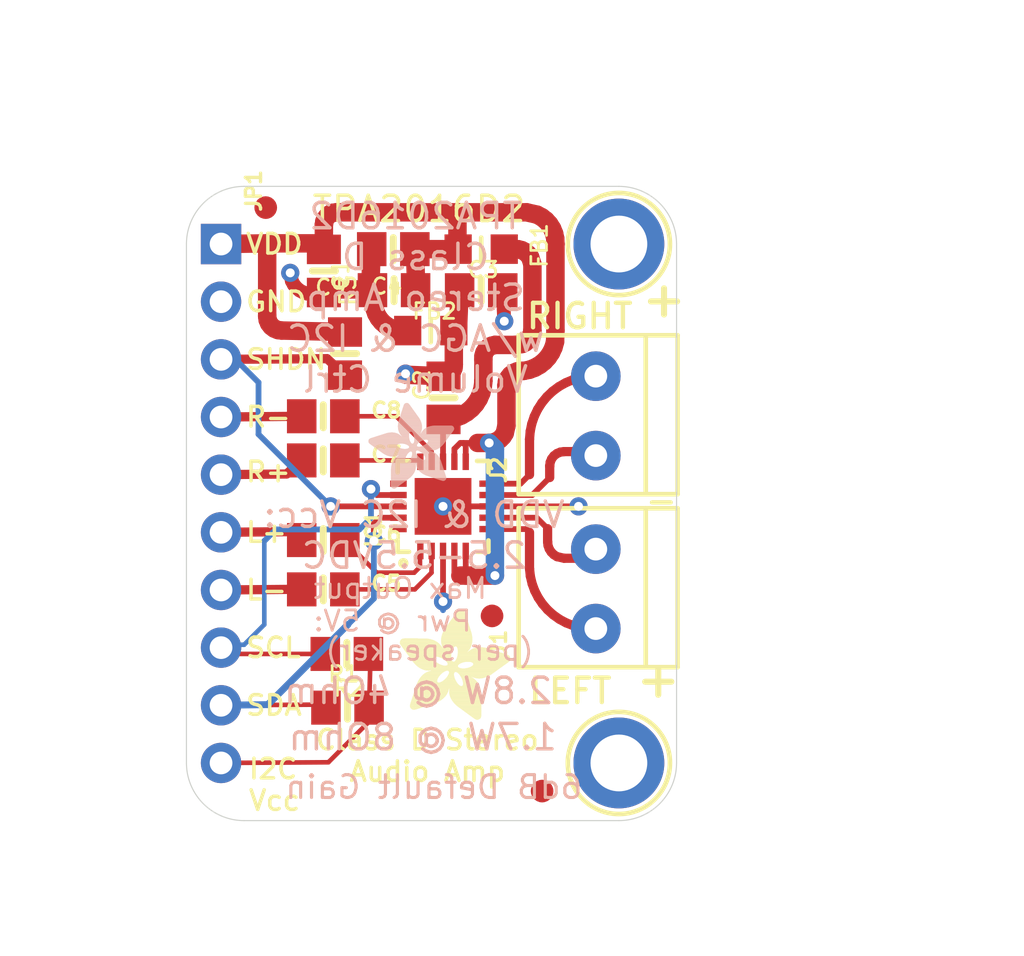
<source format=kicad_pcb>
(kicad_pcb (version 20211014) (generator pcbnew)
  (layers (0 "F.Cu" signal) (31 "B.Cu" signal) (34 "B.Paste" user) (35 "F.Paste" user) (36 "B.SilkS" user "B.Silkscreen") (37 "F.SilkS" user "F.Silkscreen") (38 "B.Mask" user) (39 "F.Mask" user) (44 "Edge.Cuts" user))
  (net 0 "")
  (net 1 "SCL")
  (net 2 "SDA")
  (net 3 "VDD")
  (net 4 "GND")
  (net 5 "AVDD")
  (net 6 "AGND")
  (net 7 "IN_L_N")
  (net 8 "IN_L_P")
  (net 9 "IN_R_N")
  (net 10 "IN_R_P")
  (net 11 "OUT_L_N")
  (net 12 "OUT_L_P")
  (net 13 "OUT_R_N")
  (net 14 "OUT_R_P")
  (net 15 "N$1")
  (net 16 "N$2")
  (net 17 "N$3")
  (net 18 "N$4")
  (net 19 "SHUTDOWN")
  (net 20 "I2C_VCC")
  (footprint "boardEagle:ADAFRUIT_5MM" (layer "F.Cu") (at 147.1041 114.5286)
    (fp_text reference "U$3" hide)
    (fp_text value "" hide)
  )
  (footprint "boardEagle:MOUNTINGHOLE_2.5_PLATED_THICK" (layer "F.Cu") (at 156.7561 93.5736)
    (fp_text reference "U$21" hide)
    (fp_text value "MOUNTINGHOLE2.5_THICK" hide)
    (pad "P$1" thru_hole circle (at 0 0) (size 4 4) (drill 2.5) (layers *.Cu *.Mask))
  )
  (footprint "boardEagle:MOUNTINGHOLE_2.5_PLATED_THICK" (layer "F.Cu") (at 156.7561 116.4336)
    (fp_text reference "U$20" hide)
    (fp_text value "MOUNTINGHOLE2.5_THICK" hide)
    (pad "P$1" thru_hole circle (at 0 0) (size 4 4) (drill 2.5) (layers *.Cu *.Mask))
  )
  (footprint "boardEagle:0805-NO" (layer "F.Cu") (at 143.7601 94.7596 -90)
    (fp_text reference "C1" (at -0.5875 -0.7525 90) (layer "F.SilkS") (effects (font (size 0.692831 0.692831) (thickness 0.119969)) (justify right)))
    (fp_text value "10µF")
    (pad "1" smd rect (at -0.95 0 270) (size 1.3 1.5) (layers "F.Cu" "F.Paste" "F.Mask") (net 3 "VDD"))
    (pad "2" smd rect (at 0.95 0 270) (size 1.3 1.5) (layers "F.Cu" "F.Paste" "F.Mask") (net 4 "GND"))
  )
  (footprint "boardEagle:0805-NO" (layer "F.Cu") (at 143.7331 106.6146)
    (fp_text reference "C6" (at 2.032 0.127) (layer "F.SilkS") (effects (font (size 0.666496 0.666496) (thickness 0.146304)) (justify left bottom)))
    (fp_text value "1µF")
    (pad "1" smd rect (at -0.95 0) (size 1.3 1.5) (layers "F.Cu" "F.Paste" "F.Mask") (net 8 "IN_L_P"))
    (pad "2" smd rect (at 0.95 0) (size 1.3 1.5) (layers "F.Cu" "F.Paste" "F.Mask") (net 15 "N$1"))
  )
  (footprint "boardEagle:0805-NO" (layer "F.Cu") (at 143.7331 101.1606)
    (fp_text reference "C8" (at 2.032 0.127) (layer "F.SilkS") (effects (font (size 0.666496 0.666496) (thickness 0.146304)) (justify left bottom)))
    (fp_text value "1µF")
    (pad "1" smd rect (at -0.95 0) (size 1.3 1.5) (layers "F.Cu" "F.Paste" "F.Mask") (net 9 "IN_R_N"))
    (pad "2" smd rect (at 0.95 0) (size 1.3 1.5) (layers "F.Cu" "F.Paste" "F.Mask") (net 17 "N$3"))
  )
  (footprint "boardEagle:QFN20_4MM" (layer "F.Cu") (at 149.0091 105.1306 90)
    (fp_text reference "IC1" (at -1.905 -2.667 90) (layer "F.SilkS") (effects (font (size 0.666496 0.666496) (thickness 0.146304)) (justify left bottom)))
    (fp_text value "TPA2016D2QFN")
    (pad "P$1" smd rect (at -1.965 -1 180) (size 0.28 0.73) (layers "F.Cu" "F.Paste") (net 15 "N$1"))
    (pad "P$2" smd rect (at -1.965 -0.5 180) (size 0.28 0.73) (layers "F.Cu" "F.Paste") (net 16 "N$2"))
    (pad "P$3" smd rect (at -1.965 0 180) (size 0.28 0.73) (layers "F.Cu" "F.Paste") (net 6 "AGND"))
    (pad "P$4" smd rect (at -1.965 0.5 180) (size 0.28 0.73) (layers "F.Cu" "F.Paste") (net 3 "VDD"))
    (pad "P$5" smd rect (at -1.965 1 180) (size 0.28 0.73) (layers "F.Cu" "F.Paste") (net 3 "VDD"))
    (pad "P$6" smd rect (at -1 1.965 270) (size 0.28 0.73) (layers "F.Cu" "F.Paste") (net 12 "OUT_L_P"))
    (pad "P$7" smd rect (at -0.5 1.965 270) (size 0.28 0.73) (layers "F.Cu" "F.Paste") (net 11 "OUT_L_N"))
    (pad "P$8" smd rect (at 0 1.965 270) (size 0.28 0.73) (layers "F.Cu" "F.Paste") (net 4 "GND"))
    (pad "P$9" smd rect (at 0.5 1.965 270) (size 0.28 0.73) (layers "F.Cu" "F.Paste") (net 13 "OUT_R_N"))
    (pad "P$10" smd rect (at 1 1.965 270) (size 0.28 0.73) (layers "F.Cu" "F.Paste") (net 14 "OUT_R_P"))
    (pad "P$11" smd rect (at 1.965 1) (size 0.28 0.73) (layers "F.Cu" "F.Paste") (net 3 "VDD"))
    (pad "P$12" smd rect (at 1.965 0.5) (size 0.28 0.73) (layers "F.Cu" "F.Paste") (net 3 "VDD"))
    (pad "P$13" smd rect (at 1.965 0) (size 0.28 0.73) (layers "F.Cu" "F.Paste") (net 5 "AVDD"))
    (pad "P$14" smd rect (at 1.965 -0.5) (size 0.28 0.73) (layers "F.Cu" "F.Paste") (net 17 "N$3"))
    (pad "P$15" smd rect (at 1.965 -1) (size 0.28 0.73) (layers "F.Cu" "F.Paste") (net 18 "N$4"))
    (pad "P$16" smd rect (at 1 -1.965 90) (size 0.28 0.73) (layers "F.Cu" "F.Paste"))
    (pad "P$17" smd rect (at 0.5 -1.965 90) (size 0.28 0.73) (layers "F.Cu" "F.Paste") (net 1 "SCL"))
    (pad "P$18" smd rect (at 0 -1.965 90) (size 0.28 0.73) (layers "F.Cu" "F.Paste") (net 19 "SHUTDOWN"))
    (pad "P$19" smd rect (at -0.5 -1.965 90) (size 0.28 0.73) (layers "F.Cu" "F.Paste") (net 2 "SDA"))
    (pad "P$20" smd rect (at -1 -1.965 90) (size 0.28 0.73) (layers "F.Cu" "F.Paste"))
    (pad "P$21" smd rect (at 0 0 90) (size 2.5 2.5) (layers "F.Cu" "F.Mask") (net 4 "GND"))
  )
  (footprint "boardEagle:0805-NO" (layer "F.Cu") (at 144.8011 113.9976)
    (fp_text reference "R2" (at -0.6875 -0.8525) (layer "F.SilkS") (effects (font (size 0.692831 0.692831) (thickness 0.119969)) (justify left)))
    (fp_text value "10K")
    (pad "1" smd rect (at -0.95 0) (size 1.3 1.5) (layers "F.Cu" "F.Paste" "F.Mask") (net 2 "SDA"))
    (pad "2" smd rect (at 0.95 0) (size 1.3 1.5) (layers "F.Cu" "F.Paste" "F.Mask") (net 20 "I2C_VCC"))
  )
  (footprint "boardEagle:TERMBLOCK_1X2-3.5MM" (layer "F.Cu") (at 155.7401 101.1936 90)
    (fp_text reference "J2" (at -3 -3.89 90) (layer "F.SilkS") (effects (font (size 0.666496 0.666496) (thickness 0.146304)) (justify left bottom)))
    (fp_text value "")
    (pad "1" thru_hole circle (at 1.8 0 90) (size 2.1844 2.1844) (drill 1) (layers *.Cu *.Mask) (net 14 "OUT_R_P"))
    (pad "2" thru_hole circle (at -1.7 0 90) (size 2.1844 2.1844) (drill 1) (layers *.Cu *.Mask) (net 13 "OUT_R_N"))
  )
  (footprint "boardEagle:_0805MP" (layer "F.Cu") (at 150.6901 93.7986)
    (fp_text reference "FB1" (at 2.5635 0.8915 90) (layer "F.SilkS") (effects (font (size 0.692831 0.692831) (thickness 0.119969)) (justify left)))
    (fp_text value "ferrite")
    (pad "1" smd rect (at -1.016 0) (size 1.2 1.3) (layers "F.Cu" "F.Paste" "F.Mask") (net 3 "VDD"))
    (pad "2" smd rect (at 1.016 0) (size 1.2 1.3) (layers "F.Cu" "F.Paste" "F.Mask") (net 5 "AVDD"))
  )
  (footprint "boardEagle:0805-NO" (layer "F.Cu") (at 150.6901 95.6086 180)
    (fp_text reference "C3" (at 0.6675 0.9005) (layer "F.SilkS") (effects (font (size 0.692831 0.692831) (thickness 0.119969)) (justify left)))
    (fp_text value "0.1µF")
    (pad "1" smd rect (at -0.95 0 180) (size 1.3 1.5) (layers "F.Cu" "F.Paste" "F.Mask") (net 4 "GND"))
    (pad "2" smd rect (at 0.95 0 180) (size 1.3 1.5) (layers "F.Cu" "F.Paste" "F.Mask") (net 6 "AGND"))
  )
  (footprint "boardEagle:0805-NO" (layer "F.Cu") (at 144.7721 111.6306)
    (fp_text reference "R1" (at 0.6195 0.8905) (layer "F.SilkS") (effects (font (size 0.692831 0.692831) (thickness 0.119969)) (justify right)))
    (fp_text value "10K")
    (pad "1" smd rect (at -0.95 0) (size 1.3 1.5) (layers "F.Cu" "F.Paste" "F.Mask") (net 1 "SCL"))
    (pad "2" smd rect (at 0.95 0) (size 1.3 1.5) (layers "F.Cu" "F.Paste" "F.Mask") (net 20 "I2C_VCC"))
  )
  (footprint "boardEagle:0805-NO" (layer "F.Cu") (at 143.7331 103.1056)
    (fp_text reference "C7" (at 2.032 0.127) (layer "F.SilkS") (effects (font (size 0.666496 0.666496) (thickness 0.146304)) (justify left bottom)))
    (fp_text value "1µF")
    (pad "1" smd rect (at -0.95 0) (size 1.3 1.5) (layers "F.Cu" "F.Paste" "F.Mask") (net 10 "IN_R_P"))
    (pad "2" smd rect (at 0.95 0) (size 1.3 1.5) (layers "F.Cu" "F.Paste" "F.Mask") (net 18 "N$4"))
  )
  (footprint "boardEagle:FIDUCIAL_1MM" (layer "F.Cu") (at 141.1981 91.9686)
    (fp_text reference "FID1" hide)
    (fp_text value "FIDUCIAL\"\"" hide)
    (pad "1" smd roundrect (at 0 0) (size 1 1) (layers "F.Cu" "F.Mask") (roundrect_rratio 0.5))
  )
  (footprint "boardEagle:0805-NO" (layer "F.Cu") (at 143.7331 108.7866)
    (fp_text reference "C5" (at 2.032 0.127) (layer "F.SilkS") (effects (font (size 0.666496 0.666496) (thickness 0.146304)) (justify left bottom)))
    (fp_text value "1µF")
    (pad "1" smd rect (at -0.95 0) (size 1.3 1.5) (layers "F.Cu" "F.Paste" "F.Mask") (net 7 "IN_L_N"))
    (pad "2" smd rect (at 0.95 0) (size 1.3 1.5) (layers "F.Cu" "F.Paste" "F.Mask") (net 16 "N$2"))
  )
  (footprint "boardEagle:_0805MP" (layer "F.Cu") (at 148.4681 97.3866)
    (fp_text reference "FB2" (at -0.8875 -0.8525) (layer "F.SilkS") (effects (font (size 0.692831 0.692831) (thickness 0.119969)) (justify left)))
    (fp_text value "ferrite")
    (pad "1" smd rect (at -1.016 0) (size 1.2 1.3) (layers "F.Cu" "F.Paste" "F.Mask") (net 4 "GND"))
    (pad "2" smd rect (at 1.016 0) (size 1.2 1.3) (layers "F.Cu" "F.Paste" "F.Mask") (net 6 "AGND"))
  )
  (footprint "boardEagle:0805-NO" (layer "F.Cu") (at 146.8501 95.6056 180)
    (fp_text reference "C9" (at 2.032 0.127) (layer "F.SilkS") (effects (font (size 0.692831 0.692831) (thickness 0.119969)) (justify right)))
    (fp_text value "10µF")
    (pad "1" smd rect (at -0.95 0 180) (size 1.3 1.5) (layers "F.Cu" "F.Paste" "F.Mask") (net 3 "VDD"))
    (pad "2" smd rect (at 0.95 0 180) (size 1.3 1.5) (layers "F.Cu" "F.Paste" "F.Mask") (net 4 "GND"))
  )
  (footprint "boardEagle:FIDUCIAL_1MM" (layer "F.Cu") (at 151.1681 109.9566)
    (fp_text reference "FID3" hide)
    (fp_text value "FIDUCIAL\"\"" hide)
    (pad "1" smd roundrect (at 0 0) (size 1 1) (layers "F.Cu" "F.Mask") (roundrect_rratio 0.5))
  )
  (footprint "boardEagle:0805-NO" (layer "F.Cu") (at 146.8171 93.7986 180)
    (fp_text reference "C4" (at 1.0395 -1.6355) (layer "F.SilkS") (effects (font (size 0.692831 0.692831) (thickness 0.119969)) (justify left)))
    (fp_text value "0.1µF")
    (pad "1" smd rect (at -0.95 0 180) (size 1.3 1.5) (layers "F.Cu" "F.Paste" "F.Mask") (net 3 "VDD"))
    (pad "2" smd rect (at 0.95 0 180) (size 1.3 1.5) (layers "F.Cu" "F.Paste" "F.Mask") (net 4 "GND"))
  )
  (footprint "boardEagle:1X10_ROUND70" (layer "F.Cu") (at 139.2301 105.0036 -90)
    (fp_text reference "JP1" (at -12.7762 -1.8288 -90) (layer "F.SilkS") (effects (font (size 0.666496 0.666496) (thickness 0.146304)) (justify left bottom)))
    (fp_text value "")
    (pad "1" thru_hole rect (at -11.43 0) (size 1.778 1.778) (drill 1) (layers *.Cu *.Mask) (net 3 "VDD"))
    (pad "2" thru_hole circle (at -8.89 0) (size 1.778 1.778) (drill 1) (layers *.Cu *.Mask) (net 4 "GND"))
    (pad "3" thru_hole circle (at -6.35 0) (size 1.778 1.778) (drill 1) (layers *.Cu *.Mask) (net 19 "SHUTDOWN"))
    (pad "4" thru_hole circle (at -3.81 0) (size 1.778 1.778) (drill 1) (layers *.Cu *.Mask) (net 9 "IN_R_N"))
    (pad "5" thru_hole circle (at -1.27 0) (size 1.778 1.778) (drill 1) (layers *.Cu *.Mask) (net 10 "IN_R_P"))
    (pad "6" thru_hole circle (at 1.27 0) (size 1.778 1.778) (drill 1) (layers *.Cu *.Mask) (net 8 "IN_L_P"))
    (pad "7" thru_hole circle (at 3.81 0) (size 1.778 1.778) (drill 1) (layers *.Cu *.Mask) (net 7 "IN_L_N"))
    (pad "8" thru_hole circle (at 6.35 0) (size 1.778 1.778) (drill 1) (layers *.Cu *.Mask) (net 1 "SCL"))
    (pad "9" thru_hole circle (at 8.89 0) (size 1.778 1.778) (drill 1) (layers *.Cu *.Mask) (net 2 "SDA"))
    (pad "10" thru_hole circle (at 11.43 0) (size 1.778 1.778) (drill 1) (layers *.Cu *.Mask) (net 20 "I2C_VCC"))
  )
  (footprint "boardEagle:FIDUCIAL_1MM" (layer "F.Cu") (at 153.3741 117.6726)
    (fp_text reference "FID2" hide)
    (fp_text value "FIDUCIAL\"\"" hide)
    (pad "1" smd roundrect (at 0 0) (size 1 1) (layers "F.Cu" "F.Mask") (roundrect_rratio 0.5))
  )
  (footprint "boardEagle:0805-NO" (layer "F.Cu") (at 144.6911 98.3996 90)
    (fp_text reference "R3" (at 2.032 0.127 90) (layer "F.SilkS") (effects (font (size 0.692831 0.692831) (thickness 0.119969)) (justify left)))
    (fp_text value "100K")
    (pad "1" smd rect (at -0.95 0 90) (size 1.3 1.5) (layers "F.Cu" "F.Paste" "F.Mask") (net 19 "SHUTDOWN"))
    (pad "2" smd rect (at 0.95 0 90) (size 1.3 1.5) (layers "F.Cu" "F.Paste" "F.Mask") (net 3 "VDD"))
  )
  (footprint "boardEagle:TERMBLOCK_1X2-3.5MM" (layer "F.Cu") (at 155.7401 108.8136 90)
    (fp_text reference "J1" (at -3 -3.89 90) (layer "F.SilkS") (effects (font (size 0.666496 0.666496) (thickness 0.146304)) (justify left bottom)))
    (fp_text value "")
    (pad "1" thru_hole circle (at 1.8 0 90) (size 2.1844 2.1844) (drill 1) (layers *.Cu *.Mask) (net 11 "OUT_L_N"))
    (pad "2" thru_hole circle (at -1.7 0 90) (size 2.1844 2.1844) (drill 1) (layers *.Cu *.Mask) (net 12 "OUT_L_P"))
  )
  (footprint "boardEagle:0805-NO" (layer "F.Cu") (at 149.0311 100.3496 90)
    (fp_text reference "C2" (at -0.1875 -0.9525 90) (layer "F.SilkS") (effects (font (size 0.692831 0.692831) (thickness 0.119969)) (justify left)))
    (fp_text value "0.1µF")
    (pad "1" smd rect (at -0.95 0 90) (size 1.3 1.5) (layers "F.Cu" "F.Paste" "F.Mask") (net 5 "AVDD"))
    (pad "2" smd rect (at 0.95 0 90) (size 1.3 1.5) (layers "F.Cu" "F.Paste" "F.Mask") (net 6 "AGND"))
  )
  (footprint "boardEagle:ADAFRUIT_3.5MM" (layer "B.Cu") (at 149.5171 104.3686 180)
    (fp_text reference "U$4" hide)
    (fp_text value "" hide)
  )
  (gr_arc (start 156.7561 91.0336) (mid 158.552151 91.777549) (end 159.2961 93.5736) (layer "Edge.Cuts") (width 0.05))
  (gr_line (start 159.2961 93.5736) (end 159.2961 116.4336) (layer "Edge.Cuts") (width 0.05))
  (gr_line (start 156.7561 118.9736) (end 140.2461 118.9736) (layer "Edge.Cuts") (width 0.05))
  (gr_arc (start 140.2461 118.9736) (mid 138.450049 118.229651) (end 137.7061 116.4336) (layer "Edge.Cuts") (width 0.05))
  (gr_arc (start 159.2961 116.4336) (mid 158.552151 118.229651) (end 156.7561 118.9736) (layer "Edge.Cuts") (width 0.05))
  (gr_line (start 137.7061 116.4336) (end 137.7061 93.5736) (layer "Edge.Cuts") (width 0.05))
  (gr_line (start 140.2461 91.0336) (end 156.7561 91.0336) (layer "Edge.Cuts") (width 0.05))
  (gr_arc (start 137.7061 93.5736) (mid 138.450049 91.777549) (end 140.2461 91.0336) (layer "Edge.Cuts") (width 0.05))
  (gr_text "(per speaker)" (at 153.0731 111.9886) (layer "B.SilkS") (effects (font (size 0.89408 0.89408) (thickness 0.12192)) (justify left bottom mirror)))
  (gr_text "VDD & I2C Vcc:\n2.5-5.5VDC" (at 147.7391 106.4006) (layer "B.SilkS") (effects (font (size 1.1176 1.1176) (thickness 0.1524)) (justify mirror)))
  (gr_text "Max Output \nPwr @ 5V:" (at 146.7861 109.4606) (layer "B.SilkS") (effects (font (size 0.89408 0.89408) (thickness 0.12192)) (justify mirror)))
  (gr_text "1.7W @ 8Ohm" (at 154.1201 115.9536) (layer "B.SilkS") (effects (font (size 1.1176 1.1176) (thickness 0.1524)) (justify left bottom mirror)))
  (gr_text "TPA2016D2\nClass D\nStereo Amp\nw/AGC & I2C\nVolume Ctrl" (at 147.8021 95.9446) (layer "B.SilkS") (effects (font (size 1.1176 1.1176) (thickness 0.1524)) (justify mirror)))
  (gr_text "6dB Default Gain" (at 155.2321 118.0846) (layer "B.SilkS") (effects (font (size 1.00584 1.00584) (thickness 0.13716)) (justify left bottom mirror)))
  (gr_text "2.8W @ 4Ohm" (at 153.9201 113.9136) (layer "B.SilkS") (effects (font (size 1.1176 1.1176) (thickness 0.1524)) (justify left bottom mirror)))
  (gr_text "I2C\nVcc" (at 140.3731 118.5926) (layer "F.SilkS") (effects (font (size 0.8636 0.8636) (thickness 0.1524)) (justify left bottom)))
  (gr_text "+" (at 159.2651 113.9656 90) (layer "F.SilkS") (effects (font (size 1.5113 1.5113) (thickness 0.2667)) (justify left bottom)))
  (gr_text "Class D Stereo\nAudio Amp" (at 148.3156 116.1161) (layer "F.SilkS") (effects (font (size 0.8636 0.8636) (thickness 0.1524))))
  (gr_text "-" (at 159.4201 104.2446) (layer "F.SilkS") (effects (font (size 1.0795 1.0795) (thickness 0.1905)) (justify right top)))
  (gr_text "R+" (at 140.2461 104.1146) (layer "F.SilkS") (effects (font (size 0.8636 0.8636) (thickness 0.1524)) (justify left bottom)))
  (gr_text "+" (at 159.5191 97.2116 90) (layer "F.SilkS") (effects (font (size 1.5113 1.5113) (thickness 0.2667)) (justify left bottom)))
  (gr_text "L+" (at 140.2461 106.7816) (layer "F.SilkS") (effects (font (size 0.8636 0.8636) (thickness 0.1524)) (justify left bottom)))
  (gr_text "R-" (at 140.2461 101.7016) (layer "F.SilkS") (effects (font (size 0.8636 0.8636) (thickness 0.1524)) (justify left bottom)))
  (gr_text "LEFT" (at 152.6921 113.8936) (layer "F.SilkS") (effects (font (size 1.0795 1.0795) (thickness 0.1905)) (justify left bottom)))
  (gr_text "RIGHT" (at 152.5921 97.3836) (layer "F.SilkS") (effects (font (size 1.0795 1.0795) (thickness 0.1905)) (justify left bottom)))
  (gr_text "SHDN" (at 140.2461 99.1616) (layer "F.SilkS") (effects (font (size 0.8636 0.8636) (thickness 0.1524)) (justify left bottom)))
  (gr_text "TPA2016D2" (at 143.1671 92.6846) (layer "F.SilkS") (effects (font (size 1.1176 1.1176) (thickness 0.1524)) (justify left bottom)))
  (gr_text "SCL" (at 140.2461 111.8616) (layer "F.SilkS") (effects (font (size 0.8636 0.8636) (thickness 0.1524)) (justify left bottom)))
  (gr_text "GND" (at 140.2461 96.6216) (layer "F.SilkS") (effects (font (size 0.8636 0.8636) (thickness 0.1524)) (justify left bottom)))
  (gr_text "L-" (at 140.2461 109.3216) (layer "F.SilkS") (effects (font (size 0.8636 0.8636) (thickness 0.1524)) (justify left bottom)))
  (gr_text "SDA" (at 140.2461 114.4016) (layer "F.SilkS") (effects (font (size 0.8636 0.8636) (thickness 0.1524)) (justify left bottom)))
  (gr_text "VDD" (at 140.2461 94.0816) (layer "F.SilkS") (effects (font (size 0.8636 0.8636) (thickness 0.1524)) (justify left bottom)))
  (segment (start 143.8221 111.6306) (end 139.5131 111.6306) (width 0.2032) (layer "F.Cu") (net 1))
  (segment (start 147.0441 104.6306) (end 146.0961 104.6306) (width 0.254) (layer "F.Cu") (net 1))
  (segment (start 139.5131 111.6306) (end 139.2301 111.3536) (width 0.2032) (layer "F.Cu") (net 1))
  (segment (start 146.0961 104.6306) (end 145.8341 104.3686) (width 0.254) (layer "F.Cu") (net 1))
  (via (at 145.8341 104.3686) (size 0.8001) (drill 0.3937) (layers "F.Cu" "B.Cu") (net 1))
  (segment (start 141.1351 110.3376) (end 140.2461 111.2266) (width 0.2032) (layer "B.Cu") (net 1))
  (segment (start 145.3261 106.1466) (end 141.6431 106.1466) (width 0.254) (layer "B.Cu") (net 1))
  (segment (start 145.8341 104.3686) (end 145.8341 105.6386) (width 0.254) (layer "B.Cu") (net 1))
  (segment (start 140.2461 111.2266) (end 139.3031 111.2266) (width 0.2032) (layer "B.Cu") (net 1))
  (segment (start 145.8341 105.6386) (end 145.3261 106.1466) (width 0.254) (layer "B.Cu") (net 1))
  (segment (start 139.3031 111.2266) (end 139.2301 111.3536) (width 0.2032) (layer "B.Cu") (net 1))
  (segment (start 141.1351 106.6546) (end 141.1351 110.3376) (width 0.2032) (layer "B.Cu") (net 1))
  (segment (start 141.6431 106.1466) (end 141.1351 106.6546) (width 0.254) (layer "B.Cu") (net 1))
  (segment (start 147.0441 105.6306) (end 146.2231 105.6306) (width 0.254) (layer "F.Cu") (net 2))
  (segment (start 143.6511 113.8636) (end 143.8511 113.9976) (width 0.2032) (layer "F.Cu") (net 2))
  (segment (start 145.9611 105.8926) (end 145.9611 106.6546) (width 0.254) (layer "F.Cu") (net 2))
  (segment (start 143.8891 113.8936) (end 143.8511 113.9976) (width 0.254) (layer "F.Cu") (net 2))
  (segment (start 146.2231 105.6306) (end 145.9611 105.8926) (width 0.254) (layer "F.Cu") (net 2))
  (segment (start 139.2301 113.8936) (end 143.6511 113.8636) (width 0.2032) (layer "F.Cu") (net 2))
  (via (at 145.9611 106.6546) (size 0.8001) (drill 0.3937) (layers "F.Cu" "B.Cu") (net 2))
  (segment (start 141.2921 113.8636) (end 139.2301 113.8936) (width 0.3048) (layer "B.Cu") (net 2))
  (segment (start 144.8181 110.3376) (end 141.2921 113.8636) (width 0.3048) (layer "B.Cu") (net 2))
  (segment (start 145.9611 106.6546) (end 145.9611 109.1946) (width 0.254) (layer "B.Cu") (net 2))
  (segment (start 145.9611 109.1946) (end 144.8181 110.3376) (width 0.254) (layer "B.Cu") (net 2))
  (segment (start 149.7711 102.3366) (end 149.8981 102.3366) (width 0.254) (layer "F.Cu") (net 3))
  (segment (start 144.0351 92.250286) (end 144.16775 92.195341) (width 0.8128) (layer "F.Cu") (net 3))
  (segment (start 149.5091 103.1656) (end 149.5091 102.5986) (width 0.254) (layer "F.Cu") (net 3))
  (segment (start 143.7601 92.7266) (end 143.7601 92.7266) (width 0.8128) (layer "F.Cu") (net 3))
  (segment (start 150.0091 108.1626) (end 150.0251 108.1786) (width 0.254) (layer "F.Cu") (net 3))
  (segment (start 149.5091 108.1706) (end 149.7711 108.1786) (width 0.254) (layer "F.Cu") (net 3))
  (segment (start 149.5091 102.5986) (end 149.7711 102.3366) (width 0.254) (layer "F.Cu") (net 3))
  (segment (start 147.7671 93.7986) (end 149.6741 93.7986) (width 0.8128) (layer "F.Cu") (net 3))
  (segment (start 153.9621 93.5736) (end 153.952868 93.341075) (width 0.8128) (layer "F.Cu") (net 3))
  (segment (start 151.989087 99.347587) (end 152.1206 99.246674) (width 0.8128) (layer "F.Cu") (net 3))
  (segment (start 151.824737 99.63225) (end 151.888174 99.4791) (width 0.8128) (layer "F.Cu") (net 3))
  (segment (start 153.9621 97.3836) (end 153.9621 93.5736) (width 0.8128) (layer "F.Cu") (net 3))
  (segment (start 141.448087 97.197613) (end 141.5796 97.298526) (width 0.8128) (layer "F.Cu") (net 3))
  (segment (start 143.833786 92.4516) (end 143.921191 92.337691) (width 0.8128) (layer "F.Cu") (net 3))
  (segment (start 152.1206 99.246674) (end 152.27375 99.183237) (width 0.8128) (layer "F.Cu") (net 3))
  (segment (start 153.690937 92.701587) (end 153.534401 92.529397) (width 0.8128) (layer "F.Cu") (net 3))
  (segment (start 149.8981 102.3366) (end 150.5331 102.3366) (width 0.254) (layer "F.Cu") (net 3))
  (segment (start 153.770888 98.353091) (end 153.875558 98.125073) (width 0.8128) (layer "F.Cu") (net 3))
  (segment (start 153.875558 98.125073) (end 153.94327 97.883488) (width 0.8128) (layer "F.Cu") (net 3))
  (segment (start 144.16775 92.195341) (end 144.3101 92.1766) (width 0.8128) (layer "F.Cu") (net 3))
  (segment (start 153.815195 92.898343) (end 153.690937 92.701587) (width 0.8128) (layer "F.Cu") (net 3))
  (segment (start 150.5331 102.3366) (end 151.0411 102.3366) (width 0.8128) (layer "F.Cu") (net 3))
  (segment (start 151.636856 102.049699) (end 151.727638 101.905219) (width 0.8128) (layer "F.Cu") (net 3))
  (segment (start 141.73275 97.361963) (end 141.8971 97.3836) (width 0.8128) (layer "F.Cu") (net 3))
  (segment (start 151.8031 99.7966) (end 151.8031 99.7966) (width 0.8128) (layer "F.Cu") (net 3))
  (segment (start 143.7601 93.8096) (end 143.7601 92.7266) (width 0.8128) (layer "F.Cu") (net 3))
  (segment (start 152.811094 99.112254) (end 153.046341 99.025034) (width 0.8128) (layer "F.Cu") (net 3))
  (segment (start 153.94327 97.883488) (end 153.9621 97.3836) (width 0.8128) (layer "F.Cu") (net 3))
  (segment (start 150.0091 103.1656) (end 150.0091 102.4476) (width 0.254) (layer "F.Cu") (net 3))
  (segment (start 143.7601 92.7266) (end 143.778841 92.58425) (width 0.8128) (layer "F.Cu") (net 3))
  (segment (start 149.5091 107.0956) (end 149.5091 108.1706) (width 0.254) (layer "F.Cu") (net 3))
  (segment (start 143.778841 92.58425) (end 143.833786 92.4516) (width 0.8128) (layer "F.Cu") (net 3))
  (segment (start 143.5601 93.5436) (end 143.5601 93.5436) (width 0.8128) (layer "F.Cu") (net 3))
  (segment (start 141.283737 96.91295) (end 141.347174 97.0661) (width 0.8128) (layer "F.Cu") (net 3))
  (segment (start 149.6441 93.7686) (end 149.6741 93.7986) (width 0.8128) (layer "F.Cu") (net 3))
  (segment (start 152.4381 99.1616) (end 152.5651 99.1616) (width 0.8128) (layer "F.Cu") (net 3))
  (segment (start 149.6441 92.1766) (end 152.6921 92.1766) (width 0.8128) (layer "F.Cu") (net 3))
  (segment (start 149.6441 93.7686) (end 149.6441 93.7686) (width 0.8128) (layer "F.Cu") (net 3))
  (segment (start 147.7671 93.7986) (end 147.8331 95.5726) (width 0.8128) (layer "F.Cu") (net 3))
  (segment (start 151.8031 99.7966) (end 151.824737 99.63225) (width 0.8128) (layer "F.Cu") (net 3))
  (segment (start 153.903398 93.113687) (end 153.815195 92.898343) (width 0.8128) (layer "F.Cu") (net 3))
  (segment (start 153.144354 92.278738) (end 152.6921 92.1766) (width 0.8128) (layer "F.Cu") (net 3))
  (segment (start 153.534401 92.529397) (end 153.350343 92.387005) (width 0.8128) (layer "F.Cu") (net 3))
  (segment (start 153.461827 98.746441) (end 153.631836 98.561928) (width 0.8128) (layer "F.Cu") (net 3))
  (segment (start 151.371719 102.261138) (end 151.516199 102.170356) (width 0.8128) (layer "F.Cu") (net 3))
  (segment (start 141.347174 97.0661) (end 141.448087 97.197613) (width 0.8128) (layer "F.Cu") (net 3))
  (segment (start 153.631836 98.561928) (end 153.770888 98.353091) (width 0.8128) (layer "F.Cu") (net 3))
  (segment (start 141.2621 96.7486) (end 141.283737 96.91295) (width 0.8128) (layer "F.Cu") (net 3))
  (segment (start 141.5796 97.298526) (end 141.73275 97.361963) (width 0.8128) (layer "F.Cu") (net 3))
  (segment (start 150.0091 102.4476) (end 149.8981 102.3366) (width 0.254) (layer "F.Cu") (net 3))
  (segment (start 153.350343 92.387005) (end 153.144354 92.278738) (width 0.8128) (layer "F.Cu") (net 3))
  (segment (start 152.5651 99.1616) (end 152.811094 99.112254) (width 0.8128) (layer "F.Cu") (net 3))
  (segment (start 141.2621 93.5436) (end 141.2621 96.7486) (width 0.8128) (layer "F.Cu") (net 3))
  (segment (start 147.8331 95.5726) (end 147.8331 95.5726) (width 0.8128) (layer "F.Cu") (net 3))
  (segment (start 143.646753 93.573965) (end 143.71519 93.635179) (width 0.8128) (layer "F.Cu") (net 3))
  (segment (start 141.8971 97.3836) (end 144.6911 97.4496) (width 0.8128) (layer "F.Cu") (net 3))
  (segment (start 151.0411 102.3366) (end 151.0411 102.3366) (width 0.8128) (layer "F.Cu") (net 3))
  (segment (start 151.888174 99.4791) (end 151.989087 99.347587) (width 0.8128) (layer "F.Cu") (net 3))
  (segment (start 149.6441 93.7686) (end 149.6441 92.1766) (width 0.8128) (layer "F.Cu") (net 3))
  (segment (start 150.0251 108.1786) (end 151.2951 108.1786) (width 0.8128) (layer "F.Cu") (net 3))
  (segment (start 141.2621 96.7486) (end 141.2621 96.7486) (width 0.8128) (layer "F.Cu") (net 3))
  (segment (start 151.516199 102.170356) (end 151.636856 102.049699) (width 0.8128) (layer "F.Cu") (net 3))
  (segment (start 151.727638 101.905219) (end 151.8031 101.5746) (width 0.8128) (layer "F.Cu") (net 3))
  (segment (start 139.2301 93.5736) (end 141.2621 93.5436) (width 0.8128) (layer "F.Cu") (net 3))
  (segment (start 151.210661 102.317495) (end 151.371719 102.261138) (width 0.8128) (layer "F.Cu") (net 3))
  (segment (start 151.0411 102.3366) (end 151.210661 102.317495) (width 0.8128) (layer "F.Cu") (net 3))
  (segment (start 152.5651 99.1616) (end 152.5651 99.1616) (width 0.8128) (layer "F.Cu") (net 3))
  (segment (start 149.7711 108.1786) (end 150.0251 108.1786) (width 0.8128) (layer "F.Cu") (net 3))
  (segment (start 152.27375 99.183237) (end 152.4381 99.1616) (width 0.8128) (layer "F.Cu") (net 3))
  (segment (start 153.9621 93.5736) (end 153.9621 93.5736) (width 0.8128) (layer "F.Cu") (net 3))
  (segment (start 141.2621 93.5436) (end 143.5601 93.5436) (width 0.8128) (layer "F.Cu") (net 3))
  (segment (start 153.046341 99.025034) (end 153.265047 98.902088) (width 0.8128) (layer "F.Cu") (net 3))
  (segment (start 153.265047 98.902088) (end 153.461827 98.746441) (width 0.8128) (layer "F.Cu") (net 3))
  (segment (start 143.921191 92.337691) (end 144.0351 92.250286) (width 0.8128) (layer "F.Cu") (net 3))
  (segment (start 150.0091 107.0956) (end 150.0091 108.1626) (width 0.254) (layer "F.Cu") (net 3))
  (segment (start 153.952868 93.341075) (end 153.903398 93.113687) (width 0.8128) (layer "F.Cu") (net 3))
  (segment (start 143.71519 93.635179) (end 143.7601 93.8096) (width 0.8128) (layer "F.Cu") (net 3))
  (segment (start 147.8331 95.5726) (end 147.8001 95.6056) (width 0.8128) (layer "F.Cu") (net 3))
  (segment (start 151.8031 101.5746) (end 151.8031 99.7966) (width 0.8128) (layer "F.Cu") (net 3))
  (segment (start 143.5601 93.5436) (end 143.646753 93.573965) (width 0.8128) (layer "F.Cu") (net 3))
  (segment (start 144.3101 92.1766) (end 149.6441 92.1766) (width 0.8128) (layer "F.Cu") (net 3))
  (via (at 151.0411 102.3366) (size 0.8001) (drill 0.3937) (layers "F.Cu" "B.Cu") (net 3))
  (via (at 151.2951 108.1786) (size 0.8001) (drill 0.3937) (layers "F.Cu" "B.Cu") (net 3))
  (segment (start 151.2951 102.5906) (end 151.0411 102.3366) (width 0.8128) (layer "B.Cu") (net 3))
  (segment (start 151.2951 108.1786) (end 151.2951 102.5906) (width 0.8128) (layer "B.Cu") (net 3))
  (segment (start 145.994435 96.429651) (end 145.9611 95.9866) (width 0.8128) (layer "F.Cu") (net 4))
  (segment (start 151.6401 95.6086) (end 151.7061 96.9736) (width 0.6096) (layer "F.Cu") (net 4))
  (segment (start 150.9741 105.1306) (end 149.0091 105.1306) (width 0.254) (layer "F.Cu") (net 4))
  (segment (start 145.9611 95.9866) (end 145.9611 95.7326) (width 0.8128) (layer "F.Cu") (net 4))
  (segment (start 146.177291 96.834581) (end 146.06815 96.640115) (width 0.8128) (layer "F.Cu") (net 4))
  (segment (start 143.2101 95.7756) (end 143.028276 95.757692) (width 0.6096) (layer "F.Cu") (net 4))
  (segment (start 142.853439 95.704656) (end 142.692309 95.61853) (width 0.6096) (layer "F.Cu") (net 4))
  (segment (start 147.4521 97.3866) (end 147.1071 97.3866) (width 0.8128) (layer "F.Cu") (net 4))
  (segment (start 146.318544 97.007141) (end 146.177291 96.834581) (width 0.8128) (layer "F.Cu") (net 4))
  (segment (start 146.679367 97.266392) (end 146.487615 97.15255) (width 0.8128) (layer "F.Cu") (net 4))
  (segment (start 145.8011 95.5726) (end 145.8011 95.5726) (width 0.8128) (layer "F.Cu") (net 4))
  (segment (start 143.7601 95.7096) (end 143.2101 95.7756) (width 0.6096) (layer "F.Cu") (net 4))
  (segment (start 143.873679 95.578876) (end 143.799376 95.629021) (width 0.8128) (layer "F.Cu") (net 4))
  (segment (start 150.9741 105.1306) (end 154.9781 105.1306) (width 0.254) (layer "F.Cu") (net 4))
  (segment (start 145.8671 93.7986) (end 145.8011 95.5726) (width 0.8128) (layer "F.Cu") (net 4))
  (segment (start 143.9631 95.5726) (end 143.9631 95.5726) (width 0.8128) (layer "F.Cu") (net 4))
  (segment (start 142.43517 95.361391) (end 142.349044 95.200261) (width 0.6096) (layer "F.Cu") (net 4))
  (segment (start 145.9611 95.7326) (end 145.9611 95.7326) (width 0.8128) (layer "F.Cu") (net 4))
  (segment (start 142.692309 95.61853) (end 142.551076 95.502624) (width 0.6096) (layer "F.Cu") (net 4))
  (segment (start 146.887975 97.345207) (end 146.679367 97.266392) (width 0.8128) (layer "F.Cu") (net 4))
  (segment (start 145.8011 95.5726) (end 145.9001 95.6056) (width 0.8128) (layer "F.Cu") (net 4))
  (segment (start 146.06815 96.640115) (end 145.994435 96.429651) (width 0.8128) (layer "F.Cu") (net 4))
  (segment (start 145.9611 95.7326) (end 145.9001 95.6056) (width 0.8128) (layer "F.Cu") (net 4))
  (segment (start 143.2101 95.7756) (end 143.2101 95.7756) (width 0.6096) (layer "F.Cu") (net 4))
  (segment (start 147.1071 97.3866) (end 146.887975 97.345207) (width 0.8128) (layer "F.Cu") (net 4))
  (segment (start 143.028276 95.757692) (end 142.853439 95.704656) (width 0.6096) (layer "F.Cu") (net 4))
  (segment (start 142.551076 95.502624) (end 142.43517 95.361391) (width 0.6096) (layer "F.Cu") (net 4))
  (segment (start 145.8011 95.5726) (end 143.9631 95.5726) (width 0.8128) (layer "F.Cu") (net 4))
  (segment (start 142.349044 95.200261) (end 142.2781 94.8436) (width 0.6096) (layer "F.Cu") (net 4))
  (segment (start 143.9631 95.5726) (end 143.873679 95.578876) (width 0.8128) (layer "F.Cu") (net 4))
  (segment (start 147.1071 97.3866) (end 147.1071 97.3866) (width 0.8128) (layer "F.Cu") (net 4))
  (segment (start 143.799376 95.629021) (end 143.7601 95.7096) (width 0.8128) (layer "F.Cu") (net 4))
  (segment (start 146.487615 97.15255) (end 146.318544 97.007141) (width 0.8128) (layer "F.Cu") (net 4))
  (via (at 142.2781 94.8436) (size 0.8001) (drill 0.3937) (layers "F.Cu" "B.Cu") (net 4))
  (via (at 149.0091 105.1306) (size 0.8001) (drill 0.3937) (layers "F.Cu" "B.Cu") (net 4))
  (via (at 154.9781 105.1306) (size 0.8001) (drill 0.3937) (layers "F.Cu" "B.Cu") (net 4))
  (via (at 151.7061 96.9736) (size 0.8001) (drill 0.3937) (layers "F.Cu" "B.Cu") (net 4))
  (segment (start 152.849375 97.680379) (end 152.754118 97.805254) (width 0.8128) (layer "F.Cu") (net 5))
  (segment (start 152.1841 98.0186) (end 151.2951 98.0186) (width 0.8128) (layer "F.Cu") (net 5))
  (segment (start 150.760725 99.87873) (end 150.692573 100.140421) (width 0.8128) (layer "F.Cu") (net 5))
  (segment (start 152.914457 97.537439) (end 152.849375 97.680379) (width 0.8128) (layer "F.Cu") (net 5))
  (segment (start 149.0091 101.3876) (end 149.0311 101.2996) (width 0.254) (layer "F.Cu") (net 5))
  (segment (start 150.790138 98.503521) (end 150.7871 98.6536) (width 0.8128) (layer "F.Cu") (net 5))
  (segment (start 152.1551 93.7986) (end 152.1551 93.7986) (width 0.8128) (layer "F.Cu") (net 5))
  (segment (start 152.747791 94.022865) (end 152.846503 94.153238) (width 0.8128) (layer "F.Cu") (net 5))
  (segment (start 150.25911 100.81828) (end 150.050156 100.989933) (width 0.8128) (layer "F.Cu") (net 5))
  (segment (start 152.1551 93.7986) (end 152.318576 93.80271) (width 0.8128) (layer "F.Cu") (net 5))
  (segment (start 152.318576 93.80271) (end 152.477039 93.843094) (width 0.8128) (layer "F.Cu") (net 5))
  (segment (start 152.477039 93.843094) (end 152.622543 93.917726) (width 0.8128) (layer "F.Cu") (net 5))
  (segment (start 151.149349 98.054508) (end 151.017857 98.126916) (width 0.8128) (layer "F.Cu") (net 5))
  (segment (start 149.816922 101.126786) (end 149.565151 101.225468) (width 0.8128) (layer "F.Cu") (net 5))
  (segment (start 152.622543 93.917726) (end 152.747791 94.022865) (width 0.8128) (layer "F.Cu") (net 5))
  (segment (start 152.9461 94.4626) (end 152.9461 97.3836) (width 0.8128) (layer "F.Cu") (net 5))
  (segment (start 151.2951 98.0186) (end 151.149349 98.054508) (width 0.8128) (layer "F.Cu") (net 5))
  (segment (start 150.438639 100.616052) (end 150.25911 100.81828) (width 0.8128) (layer "F.Cu") (net 5))
  (segment (start 152.9461 97.3836) (end 152.9461 97.3836) (width 0.8128) (layer "F.Cu") (net 5))
  (segment (start 150.831916 98.359343) (end 150.790138 98.503521) (width 0.8128) (layer "F.Cu") (net 5))
  (segment (start 152.846503 94.153238) (end 152.9461 94.4626) (width 0.8128) (layer "F.Cu") (net 5))
  (segment (start 150.050156 100.989933) (end 149.816922 101.126786) (width 0.8128) (layer "F.Cu") (net 5))
  (segment (start 151.2951 98.0186) (end 151.2951 98.0186) (width 0.8128) (layer "F.Cu") (net 5))
  (segment (start 152.493456 97.976978) (end 152.1841 98.0186) (width 0.8128) (layer "F.Cu") (net 5))
  (segment (start 149.0091 103.1656) (end 149.0091 101.3876) (width 0.254) (layer "F.Cu") (net 5))
  (segment (start 150.7871 98.6536) (end 150.7871 99.6096) (width 0.8128) (layer "F.Cu") (net 5))
  (segment (start 152.9461 97.3836) (end 152.914457 97.537439) (width 0.8128) (layer "F.Cu") (net 5))
  (segment (start 150.7871 99.6096) (end 150.7871 99.6096) (width 0.8128) (layer "F.Cu") (net 5))
  (segment (start 152.633461 97.905801) (end 152.493456 97.976978) (width 0.8128) (layer "F.Cu") (net 5))
  (segment (start 152.754118 97.805254) (end 152.633461 97.905801) (width 0.8128) (layer "F.Cu") (net 5))
  (segment (start 151.7061 93.7986) (end 152.1551 93.7986) (width 0.8128) (layer "F.Cu") (net 5))
  (segment (start 150.584323 100.388229) (end 150.438639 100.616052) (width 0.8128) (layer "F.Cu") (net 5))
  (segment (start 150.692573 100.140421) (end 150.584323 100.388229) (width 0.8128) (layer "F.Cu") (net 5))
  (segment (start 151.017857 98.126916) (end 150.909587 98.23089) (width 0.8128) (layer "F.Cu") (net 5))
  (segment (start 150.7871 99.6096) (end 150.760725 99.87873) (width 0.8128) (layer "F.Cu") (net 5))
  (segment (start 149.565151 101.225468) (end 149.0311 101.2996) (width 0.8128) (layer "F.Cu") (net 5))
  (segment (start 150.909587 98.23089) (end 150.831916 98.359343) (width 0.8128) (layer "F.Cu") (net 5))
  (segment (start 149.4841 97.3866) (end 149.4841 98.8806) (width 0.8128) (layer "F.Cu") (net 6))
  (segment (start 149.4841 98.8806) (end 149.4841 98.8806) (width 0.8128) (layer "F.Cu") (net 6))
  (segment (start 147.4031 99.3336) (end 147.4031 99.3336) (width 0.8128) (layer "F.Cu") (net 6))
  (segment (start 149.4841 98.8806) (end 149.470511 99.032397) (width 0.8128) (layer "F.Cu") (net 6))
  (segment (start 149.6741 97.1966) (end 149.6741 97.1966) (width 0.8128) (layer "F.Cu") (net 6))
  (segment (start 149.7401 95.6086) (end 149.6741 97.1966) (width 0.8128) (layer "F.Cu") (net 6))
  (segment (start 149.648645 97.2916) (end 149.5791 97.361145) (width 0.8128) (layer "F.Cu") (net 6))
  (segment (start 149.0311 99.3996) (end 147.4031 99.3336) (width 0.8128) (layer "F.Cu") (net 6))
  (segment (start 149.470511 99.032397) (end 149.410679 99.172566) (width 0.8128) (layer "F.Cu") (net 6))
  (segment (start 149.0091 107.0956) (end 149.0091 109.3216) (width 0.254) (layer "F.Cu") (net 6))
  (segment (start 149.410679 99.172566) (end 149.310461 99.287385) (width 0.8128) (layer "F.Cu") (net 6))
  (segment (start 149.5791 97.361145) (end 149.4841 97.3866) (width 0.8128) (layer "F.Cu") (net 6))
  (segment (start 149.310461 99.287385) (end 149.0311 99.3996) (width 0.8128) (layer "F.Cu") (net 6))
  (segment (start 149.6741 97.1966) (end 149.648645 97.2916) (width 0.8128) (layer "F.Cu") (net 6))
  (segment (start 147.4031 99.3336) (end 147.3581 99.2886) (width 0.8128) (layer "F.Cu") (net 6))
  (via (at 149.0091 109.3216) (size 0.8001) (drill 0.3937) (layers "F.Cu" "B.Cu") (net 6))
  (via (at 147.3581 99.2886) (size 0.8001) (drill 0.3937) (layers "F.Cu" "B.Cu") (net 6))
  (segment (start 149.0091 109.3216) (end 149.0091 109.7026) (width 0.254) (layer "B.Cu") (net 6))
  (segment (start 139.2301 108.8136) (end 142.5871 108.7836) (width 0.4064) (layer "F.Cu") (net 7))
  (segment (start 142.5871 108.7836) (end 142.7831 108.7866) (width 0.4064) (layer "F.Cu") (net 7))
  (segment (start 139.2301 106.2736) (end 142.2191 106.2436) (width 0.4064) (layer "F.Cu") (net 8))
  (segment (start 142.2191 106.2436) (end 142.7831 106.6146) (width 0.4064) (layer "F.Cu") (net 8))
  (segment (start 142.5901 101.1636) (end 142.7831 101.1606) (width 0.4064) (layer "F.Cu") (net 9))
  (segment (start 139.2301 101.1936) (end 142.5901 101.1636) (width 0.4064) (layer "F.Cu") (net 9))
  (segment (start 139.2301 103.7336) (end 142.1191 103.7036) (width 0.4064) (layer "F.Cu") (net 10))
  (segment (start 142.1191 103.7036) (end 142.7831 103.1056) (width 0.4064) (layer "F.Cu") (net 10))
  (segment (start 153.615746 106.689247) (end 153.615746 106.689248) (width 0.4064) (layer "F.Cu") (net 11))
  (segment (start 153.633982 106.851099) (end 153.687777 107.004835) (width 0.4064) (layer "F.Cu") (net 11))
  (segment (start 153.134393 105.6306) (end 153.615746 106.111954) (width 0.254) (layer "F.Cu") (net 11))
  (segment (start 153.889603 107.257915) (end 154.027513 107.34457) (width 0.4064) (layer "F.Cu") (net 11))
  (segment (start 153.615746 106.689248) (end 153.633982 106.851099) (width 0.4064) (layer "F.Cu") (net 11))
  (segment (start 155.7741 107.4166) (end 155.828073 107.318939) (width 0.4064) (layer "F.Cu") (net 11))
  (segment (start 155.828073 107.318939) (end 155.840564 107.208058) (width 0.4064) (layer "F.Cu") (net 11))
  (segment (start 154.3431 107.4166) (end 155.7741 107.4166) (width 0.4064) (layer "F.Cu") (net 11))
  (segment (start 153.615746 106.111954) (end 153.615746 106.689247) (width 0.4064) (layer "F.Cu") (net 11))
  (segment (start 155.840564 107.208058) (end 155.7401 107.0136) (width 0.4064) (layer "F.Cu") (net 11))
  (segment (start 153.687777 107.004835) (end 153.774432 107.142745) (width 0.4064) (layer "F.Cu") (net 11))
  (segment (start 153.774432 107.142745) (end 153.889603 107.257915) (width 0.4064) (layer "F.Cu") (net 11))
  (segment (start 150.9741 105.6306) (end 153.134393 105.6306) (width 0.254) (layer "F.Cu") (net 11))
  (segment (start 155.7741 107.4166) (end 155.7741 107.4166) (width 0.4064) (layer "F.Cu") (net 11))
  (segment (start 154.027513 107.34457) (end 154.3431 107.4166) (width 0.4064) (layer "F.Cu") (net 11))
  (segment (start 152.8191 107.8756) (end 152.856422 108.2096) (width 0.4064) (layer "F.Cu") (net 12))
  (segment (start 152.856422 108.2096) (end 152.93373 108.536666) (width 0.4064) (layer "F.Cu") (net 12))
  (segment (start 155.404037 110.51039) (end 155.7401 110.5136) (width 0.4064) (layer "F.Cu") (net 12))
  (segment (start 154.432194 110.260983) (end 154.745281 110.383154) (width 0.4064) (layer "F.Cu") (net 12))
  (segment (start 153.203233 109.15109) (end 153.391498 109.429488) (width 0.4064) (layer "F.Cu") (net 12))
  (segment (start 152.93373 108.536666) (end 153.049899 108.852029) (width 0.4064) (layer "F.Cu") (net 12))
  (segment (start 154.136116 110.101965) (end 154.432194 110.260983) (width 0.4064) (layer "F.Cu") (net 12))
  (segment (start 152.6761 106.1306) (end 152.8191 106.2736) (width 0.254) (layer "F.Cu") (net 12))
  (segment (start 152.8191 106.2736) (end 152.8191 107.8756) (width 0.4064) (layer "F.Cu") (net 12))
  (segment (start 150.9741 106.1306) (end 152.6761 106.1306) (width 0.254) (layer "F.Cu") (net 12))
  (segment (start 154.745281 110.383154) (end 155.07081 110.466696) (width 0.4064) (layer "F.Cu") (net 12))
  (segment (start 153.861365 109.908417) (end 154.136116 110.101965) (width 0.4064) (layer "F.Cu") (net 12))
  (segment (start 155.07081 110.466696) (end 155.404037 110.51039) (width 0.4064) (layer "F.Cu") (net 12))
  (segment (start 153.611946 109.683164) (end 153.861365 109.908417) (width 0.4064) (layer "F.Cu") (net 12))
  (segment (start 152.8191 107.8756) (end 152.8191 107.8756) (width 0.4064) (layer "F.Cu") (net 12))
  (segment (start 153.391498 109.429488) (end 153.611946 109.683164) (width 0.4064) (layer "F.Cu") (net 12))
  (segment (start 153.049899 108.852029) (end 153.203233 109.15109) (width 0.4064) (layer "F.Cu") (net 12))
  (segment (start 154.0256 102.802674) (end 154.17875 102.739237) (width 0.4064) (layer "F.Cu") (net 13))
  (segment (start 153.793174 103.0351) (end 153.894087 102.903587) (width 0.4064) (layer "F.Cu") (net 13))
  (segment (start 150.9741 104.6306) (end 152.9381 104.6306) (width 0.254) (layer "F.Cu") (net 13))
  (segment (start 155.7731 102.7176) (end 155.730429 102.76735) (width 0.4064) (layer "F.Cu") (net 13))
  (segment (start 153.7081 103.8606) (end 153.7081 103.3526) (width 0.4064) (layer "F.Cu") (net 13))
  (segment (start 153.729737 103.18825) (end 153.793174 103.0351) (width 0.4064) (layer "F.Cu") (net 13))
  (segment (start 153.894087 102.903587) (end 154.0256 102.802674) (width 0.4064) (layer "F.Cu") (net 13))
  (segment (start 155.7731 102.7176) (end 155.7731 102.7176) (width 0.4064) (layer "F.Cu") (net 13))
  (segment (start 153.7081 103.3526) (end 153.7081 103.3526) (width 0.4064) (layer "F.Cu") (net 13))
  (segment (start 152.9381 104.6306) (end 153.7081 103.8606) (width 0.254) (layer "F.Cu") (net 13))
  (segment (start 154.3431 102.7176) (end 155.7731 102.7176) (width 0.4064) (layer "F.Cu") (net 13))
  (segment (start 155.730429 102.76735) (end 155.71835 102.831771) (width 0.4064) (layer "F.Cu") (net 13))
  (segment (start 153.7081 103.3526) (end 153.729737 103.18825) (width 0.4064) (layer "F.Cu") (net 13))
  (segment (start 154.17875 102.739237) (end 154.3431 102.7176) (width 0.4064) (layer "F.Cu") (net 13))
  (segment (start 155.71835 102.831771) (end 155.7401 102.8936) (width 0.4064) (layer "F.Cu") (net 13))
  (segment (start 153.364124 100.565556) (end 153.583132 100.300013) (width 0.4064) (layer "F.Cu") (net 14))
  (segment (start 152.8191 102.1716) (end 152.8191 102.1716) (width 0.4064) (layer "F.Cu") (net 14))
  (segment (start 155.056092 99.45929) (end 155.396109 99.405758) (width 0.4064) (layer "F.Cu") (net 14))
  (segment (start 152.848494 101.828652) (end 152.919012 101.491748) (width 0.4064) (layer "F.Cu") (net 14))
  (segment (start 154.725007 99.553417) (end 155.056092 99.45929) (width 0.4064) (layer "F.Cu") (net 14))
  (segment (start 153.832551 100.062805) (end 154.108743 99.857391) (width 0.4064) (layer "F.Cu") (net 14))
  (segment (start 152.8191 102.1716) (end 152.848494 101.828652) (width 0.4064) (layer "F.Cu") (net 14))
  (segment (start 154.407681 99.686765) (end 154.725007 99.553417) (width 0.4064) (layer "F.Cu") (net 14))
  (segment (start 152.919012 101.491748) (end 153.029625 101.1658) (width 0.4064) (layer "F.Cu") (net 14))
  (segment (start 155.396109 99.405758) (end 155.7401 99.3936) (width 0.4064) (layer "F.Cu") (net 14))
  (segment (start 152.8191 103.7336) (end 152.8191 102.1716) (width 0.4064) (layer "F.Cu") (net 14))
  (segment (start 153.178721 100.855561) (end 153.364124 100.565556) (width 0.4064) (layer "F.Cu") (net 14))
  (segment (start 152.4221 104.1306) (end 152.8191 103.7336) (width 0.254) (layer "F.Cu") (net 14))
  (segment (start 153.583132 100.300013) (end 153.832551 100.062805) (width 0.4064) (layer "F.Cu") (net 14))
  (segment (start 150.9741 104.1306) (end 152.4221 104.1306) (width 0.254) (layer "F.Cu") (net 14))
  (segment (start 153.029625 101.1658) (end 153.178721 100.855561) (width 0.4064) (layer "F.Cu") (net 14))
  (segment (start 154.108743 99.857391) (end 154.407681 99.686765) (width 0.4064) (layer "F.Cu") (net 14))
  (segment (start 147.9931 107.1116) (end 148.0091 107.0956) (width 0.2032) (layer "F.Cu") (net 15))
  (segment (start 144.6831 106.6146) (end 145.0321 106.9956) (width 0.2032) (layer "F.Cu") (net 15))
  (segment (start 145.0321 106.9956) (end 146.0881 108.0516) (width 0.2032) (layer "F.Cu") (net 15))
  (segment (start 147.9931 107.7976) (end 147.9931 107.1116) (width 0.2032) (layer "F.Cu") (net 15))
  (segment (start 147.7391 108.0516) (end 147.9931 107.7976) (width 0.2032) (layer "F.Cu") (net 15))
  (segment (start 146.0881 108.0516) (end 147.7391 108.0516) (width 0.2032) (layer "F.Cu") (net 15))
  (segment (start 144.6831 108.7866) (end 147.7661 108.7866) (width 0.2032) (layer "F.Cu") (net 16))
  (segment (start 148.5011 107.1036) (end 148.5091 107.0956) (width 0.2032) (layer "F.Cu") (net 16))
  (segment (start 148.5011 108.0516) (end 148.5011 107.1036) (width 0.2032) (layer "F.Cu") (net 16))
  (segment (start 147.7661 108.7866) (end 148.5011 108.0516) (width 0.2032) (layer "F.Cu") (net 16))
  (segment (start 144.6831 101.1606) (end 146.9441 101.1606) (width 0.2032) (layer "F.Cu") (net 17))
  (segment (start 148.5011 102.7176) (end 148.5011 103.1576) (width 0.2032) (layer "F.Cu") (net 17))
  (segment (start 148.5011 103.1576) (end 148.5091 103.1656) (width 0.2032) (layer "F.Cu") (net 17))
  (segment (start 146.9441 101.1606) (end 148.5011 102.7176) (width 0.2032) (layer "F.Cu") (net 17))
  (segment (start 147.9491 103.1056) (end 148.0091 103.1656) (width 0.2032) (layer "F.Cu") (net 18))
  (segment (start 144.6831 103.1056) (end 147.9491 103.1056) (width 0.2032) (layer "F.Cu") (net 18))
  (segment (start 143.8991 98.6236) (end 144.6911 99.3496) (width 0.4064) (layer "F.Cu") (net 19))
  (segment (start 144.0561 105.1306) (end 147.0441 105.1306) (width 0.254) (layer "F.Cu") (net 19))
  (segment (start 144.5641 99.5426) (end 144.6911 99.3496) (width 0.254) (layer "F.Cu") (net 19))
  (segment (start 139.2301 98.6536) (end 143.8991 98.6236) (width 0.4064) (layer "F.Cu") (net 19))
  (via (at 144.0561 105.1306) (size 0.8001) (drill 0.3937) (layers "F.Cu" "B.Cu") (net 19))
  (segment (start 140.8811 99.6696) (end 139.8651 98.6536) (width 0.254) (layer "B.Cu") (net 19))
  (segment (start 139.8651 98.6236) (end 139.2301 98.6536) (width 0.254) (layer "B.Cu") (net 19))
  (segment (start 144.0561 105.1306) (end 140.8811 101.9556) (width 0.254) (layer "B.Cu") (net 19))
  (segment (start 140.8811 101.9556) (end 140.8811 99.6696) (width 0.254) (layer "B.Cu") (net 19))
  (segment (start 139.8651 98.6536) (end 139.8651 98.6236) (width 0.254) (layer "B.Cu") (net 19))
  (segment (start 139.2301 116.4336) (end 143.9591 116.4036) (width 0.2032) (layer "F.Cu") (net 20))
  (segment (start 145.8341 114.0146) (end 145.7511 113.9976) (width 0.2032) (layer "F.Cu") (net 20))
  (segment (start 145.8341 114.5286) (end 145.8341 114.0146) (width 0.2032) (layer "F.Cu") (net 20))
  (segment (start 145.8171 111.6596) (end 145.7511 113.9976) (width 0.2032) (layer "F.Cu") (net 20))
  (segment (start 143.9591 116.4036) (end 145.8341 114.5286) (width 0.2032) (layer "F.Cu") (net 20))
  (segment (start 145.7221 111.6306) (end 145.8171 111.6596) (width 0.2032) (layer "F.Cu") (net 20))
)
</source>
